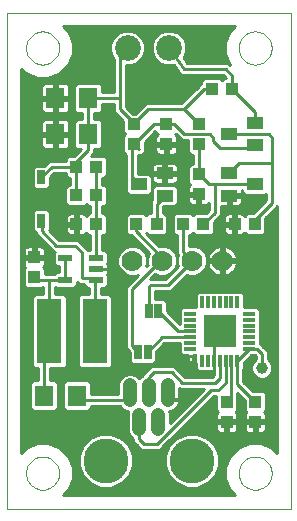
<source format=gtl>
G75*
%MOIN*%
%OFA0B0*%
%FSLAX24Y24*%
%IPPOS*%
%LPD*%
%AMOC8*
5,1,8,0,0,1.08239X$1,22.5*
%
%ADD10C,0.0000*%
%ADD11R,0.0551X0.0394*%
%ADD12R,0.0433X0.0394*%
%ADD13R,0.0394X0.0433*%
%ADD14R,0.0472X0.0217*%
%ADD15R,0.0846X0.2165*%
%ADD16R,0.0276X0.0472*%
%ADD17R,0.0630X0.0709*%
%ADD18R,0.0118X0.0394*%
%ADD19R,0.1063X0.1063*%
%ADD20R,0.0171X0.0171*%
%ADD21R,0.0394X0.0118*%
%ADD22C,0.0860*%
%ADD23C,0.1500*%
%ADD24C,0.0476*%
%ADD25C,0.0700*%
%ADD26R,0.0250X0.0500*%
%ADD27C,0.0100*%
%ADD28C,0.0357*%
%ADD29C,0.0396*%
D10*
X000180Y000697D02*
X009629Y000697D01*
X009629Y017232D01*
X000180Y017232D01*
X000180Y000697D01*
X000810Y001878D02*
X000812Y001925D01*
X000818Y001971D01*
X000828Y002017D01*
X000841Y002062D01*
X000859Y002105D01*
X000880Y002147D01*
X000904Y002187D01*
X000932Y002224D01*
X000963Y002259D01*
X000997Y002292D01*
X001033Y002321D01*
X001072Y002347D01*
X001113Y002370D01*
X001156Y002389D01*
X001200Y002405D01*
X001245Y002417D01*
X001291Y002425D01*
X001338Y002429D01*
X001384Y002429D01*
X001431Y002425D01*
X001477Y002417D01*
X001522Y002405D01*
X001566Y002389D01*
X001609Y002370D01*
X001650Y002347D01*
X001689Y002321D01*
X001725Y002292D01*
X001759Y002259D01*
X001790Y002224D01*
X001818Y002187D01*
X001842Y002147D01*
X001863Y002105D01*
X001881Y002062D01*
X001894Y002017D01*
X001904Y001971D01*
X001910Y001925D01*
X001912Y001878D01*
X001910Y001831D01*
X001904Y001785D01*
X001894Y001739D01*
X001881Y001694D01*
X001863Y001651D01*
X001842Y001609D01*
X001818Y001569D01*
X001790Y001532D01*
X001759Y001497D01*
X001725Y001464D01*
X001689Y001435D01*
X001650Y001409D01*
X001609Y001386D01*
X001566Y001367D01*
X001522Y001351D01*
X001477Y001339D01*
X001431Y001331D01*
X001384Y001327D01*
X001338Y001327D01*
X001291Y001331D01*
X001245Y001339D01*
X001200Y001351D01*
X001156Y001367D01*
X001113Y001386D01*
X001072Y001409D01*
X001033Y001435D01*
X000997Y001464D01*
X000963Y001497D01*
X000932Y001532D01*
X000904Y001569D01*
X000880Y001609D01*
X000859Y001651D01*
X000841Y001694D01*
X000828Y001739D01*
X000818Y001785D01*
X000812Y001831D01*
X000810Y001878D01*
X007897Y001878D02*
X007899Y001925D01*
X007905Y001971D01*
X007915Y002017D01*
X007928Y002062D01*
X007946Y002105D01*
X007967Y002147D01*
X007991Y002187D01*
X008019Y002224D01*
X008050Y002259D01*
X008084Y002292D01*
X008120Y002321D01*
X008159Y002347D01*
X008200Y002370D01*
X008243Y002389D01*
X008287Y002405D01*
X008332Y002417D01*
X008378Y002425D01*
X008425Y002429D01*
X008471Y002429D01*
X008518Y002425D01*
X008564Y002417D01*
X008609Y002405D01*
X008653Y002389D01*
X008696Y002370D01*
X008737Y002347D01*
X008776Y002321D01*
X008812Y002292D01*
X008846Y002259D01*
X008877Y002224D01*
X008905Y002187D01*
X008929Y002147D01*
X008950Y002105D01*
X008968Y002062D01*
X008981Y002017D01*
X008991Y001971D01*
X008997Y001925D01*
X008999Y001878D01*
X008997Y001831D01*
X008991Y001785D01*
X008981Y001739D01*
X008968Y001694D01*
X008950Y001651D01*
X008929Y001609D01*
X008905Y001569D01*
X008877Y001532D01*
X008846Y001497D01*
X008812Y001464D01*
X008776Y001435D01*
X008737Y001409D01*
X008696Y001386D01*
X008653Y001367D01*
X008609Y001351D01*
X008564Y001339D01*
X008518Y001331D01*
X008471Y001327D01*
X008425Y001327D01*
X008378Y001331D01*
X008332Y001339D01*
X008287Y001351D01*
X008243Y001367D01*
X008200Y001386D01*
X008159Y001409D01*
X008120Y001435D01*
X008084Y001464D01*
X008050Y001497D01*
X008019Y001532D01*
X007991Y001569D01*
X007967Y001609D01*
X007946Y001651D01*
X007928Y001694D01*
X007915Y001739D01*
X007905Y001785D01*
X007899Y001831D01*
X007897Y001878D01*
X007897Y016051D02*
X007899Y016098D01*
X007905Y016144D01*
X007915Y016190D01*
X007928Y016235D01*
X007946Y016278D01*
X007967Y016320D01*
X007991Y016360D01*
X008019Y016397D01*
X008050Y016432D01*
X008084Y016465D01*
X008120Y016494D01*
X008159Y016520D01*
X008200Y016543D01*
X008243Y016562D01*
X008287Y016578D01*
X008332Y016590D01*
X008378Y016598D01*
X008425Y016602D01*
X008471Y016602D01*
X008518Y016598D01*
X008564Y016590D01*
X008609Y016578D01*
X008653Y016562D01*
X008696Y016543D01*
X008737Y016520D01*
X008776Y016494D01*
X008812Y016465D01*
X008846Y016432D01*
X008877Y016397D01*
X008905Y016360D01*
X008929Y016320D01*
X008950Y016278D01*
X008968Y016235D01*
X008981Y016190D01*
X008991Y016144D01*
X008997Y016098D01*
X008999Y016051D01*
X008997Y016004D01*
X008991Y015958D01*
X008981Y015912D01*
X008968Y015867D01*
X008950Y015824D01*
X008929Y015782D01*
X008905Y015742D01*
X008877Y015705D01*
X008846Y015670D01*
X008812Y015637D01*
X008776Y015608D01*
X008737Y015582D01*
X008696Y015559D01*
X008653Y015540D01*
X008609Y015524D01*
X008564Y015512D01*
X008518Y015504D01*
X008471Y015500D01*
X008425Y015500D01*
X008378Y015504D01*
X008332Y015512D01*
X008287Y015524D01*
X008243Y015540D01*
X008200Y015559D01*
X008159Y015582D01*
X008120Y015608D01*
X008084Y015637D01*
X008050Y015670D01*
X008019Y015705D01*
X007991Y015742D01*
X007967Y015782D01*
X007946Y015824D01*
X007928Y015867D01*
X007915Y015912D01*
X007905Y015958D01*
X007899Y016004D01*
X007897Y016051D01*
X000810Y016051D02*
X000812Y016098D01*
X000818Y016144D01*
X000828Y016190D01*
X000841Y016235D01*
X000859Y016278D01*
X000880Y016320D01*
X000904Y016360D01*
X000932Y016397D01*
X000963Y016432D01*
X000997Y016465D01*
X001033Y016494D01*
X001072Y016520D01*
X001113Y016543D01*
X001156Y016562D01*
X001200Y016578D01*
X001245Y016590D01*
X001291Y016598D01*
X001338Y016602D01*
X001384Y016602D01*
X001431Y016598D01*
X001477Y016590D01*
X001522Y016578D01*
X001566Y016562D01*
X001609Y016543D01*
X001650Y016520D01*
X001689Y016494D01*
X001725Y016465D01*
X001759Y016432D01*
X001790Y016397D01*
X001818Y016360D01*
X001842Y016320D01*
X001863Y016278D01*
X001881Y016235D01*
X001894Y016190D01*
X001904Y016144D01*
X001910Y016098D01*
X001912Y016051D01*
X001910Y016004D01*
X001904Y015958D01*
X001894Y015912D01*
X001881Y015867D01*
X001863Y015824D01*
X001842Y015782D01*
X001818Y015742D01*
X001790Y015705D01*
X001759Y015670D01*
X001725Y015637D01*
X001689Y015608D01*
X001650Y015582D01*
X001609Y015559D01*
X001566Y015540D01*
X001522Y015524D01*
X001477Y015512D01*
X001431Y015504D01*
X001384Y015500D01*
X001338Y015500D01*
X001291Y015504D01*
X001245Y015512D01*
X001200Y015524D01*
X001156Y015540D01*
X001113Y015559D01*
X001072Y015582D01*
X001033Y015608D01*
X000997Y015637D01*
X000963Y015670D01*
X000932Y015705D01*
X000904Y015742D01*
X000880Y015782D01*
X000859Y015824D01*
X000841Y015867D01*
X000828Y015912D01*
X000818Y015958D01*
X000812Y016004D01*
X000810Y016051D01*
D11*
X004575Y011506D03*
X005441Y011132D03*
X005441Y011880D03*
X007579Y011876D03*
X007579Y011128D03*
X008446Y011502D03*
X008446Y012808D03*
X008446Y013556D03*
X007579Y013182D03*
D12*
X006572Y013517D03*
X006572Y012847D03*
X006572Y011837D03*
X006572Y011167D03*
X005492Y012847D03*
X005492Y013517D03*
X004412Y013517D03*
X004412Y012847D03*
X003155Y011137D03*
X002485Y011137D03*
D13*
X002485Y012097D03*
X003155Y012097D03*
X003155Y010177D03*
X002485Y010177D03*
X001082Y009071D03*
X001082Y008402D03*
X004492Y010177D03*
X005161Y010177D03*
X006052Y010177D03*
X006721Y010177D03*
X007765Y010177D03*
X008435Y010177D03*
X007676Y014683D03*
X007007Y014683D03*
X007507Y004258D03*
X007507Y003589D03*
X008448Y003589D03*
X008448Y004258D03*
D14*
X003144Y008309D03*
X003144Y008683D03*
X003144Y009057D03*
X002121Y009057D03*
X002121Y008309D03*
D15*
X001589Y006602D03*
X003101Y006602D03*
D16*
X001322Y010289D03*
X001322Y011745D03*
D17*
X001789Y013177D03*
X001789Y014377D03*
X002891Y014377D03*
X002891Y013177D03*
X002511Y004465D03*
X001409Y004465D03*
D18*
X006676Y005618D03*
X006873Y005618D03*
X007070Y005618D03*
X007267Y005618D03*
X007463Y005618D03*
X007660Y005618D03*
X007857Y005618D03*
X007857Y007587D03*
X007660Y007587D03*
X007463Y007587D03*
X007267Y007587D03*
X007070Y007587D03*
X006873Y007587D03*
X006676Y007587D03*
D19*
X007267Y006602D03*
D20*
X006439Y005775D03*
D21*
X006282Y006012D03*
X006282Y006209D03*
X006282Y006406D03*
X006282Y006602D03*
X006282Y006799D03*
X006282Y006996D03*
X006282Y007193D03*
X008251Y007193D03*
X008251Y006996D03*
X008251Y006799D03*
X008251Y006602D03*
X008251Y006406D03*
X008251Y006209D03*
X008251Y006012D03*
D22*
X005574Y016051D03*
X004196Y016051D03*
D23*
X003467Y002299D03*
X006341Y002299D03*
D24*
X005219Y003339D02*
X005219Y003815D01*
X004904Y004327D02*
X004904Y004802D01*
X004274Y004802D02*
X004274Y004327D01*
X004589Y003815D02*
X004589Y003339D01*
X005534Y004327D02*
X005534Y004802D01*
D25*
X005353Y008959D03*
X006353Y008959D03*
X007353Y008959D03*
X004353Y008959D03*
D26*
X004899Y007273D03*
X005223Y007273D03*
X004862Y005930D03*
X004538Y005930D03*
D27*
X004346Y006121D01*
X004346Y008017D01*
X005289Y008959D01*
X005353Y008959D01*
X005353Y009050D01*
X004466Y009937D01*
X004466Y010151D01*
X004492Y010177D01*
X004310Y009810D02*
X004383Y009737D01*
X004914Y009206D01*
X004853Y009059D01*
X004853Y008860D01*
X004869Y008822D01*
X004815Y008769D01*
X004853Y008860D01*
X004853Y009059D01*
X004777Y009242D01*
X004636Y009383D01*
X004452Y009459D01*
X004253Y009459D01*
X004070Y009383D01*
X003929Y009242D01*
X003853Y009059D01*
X003853Y008860D01*
X003929Y008676D01*
X004070Y008535D01*
X004253Y008459D01*
X004452Y008459D01*
X004544Y008497D01*
X004146Y008100D01*
X004146Y006038D01*
X004263Y005922D01*
X004263Y005617D01*
X004350Y005530D01*
X004725Y005530D01*
X005049Y005530D01*
X005137Y005617D01*
X005137Y005922D01*
X005421Y006206D01*
X005936Y006206D01*
X005936Y005891D01*
X006023Y005803D01*
X006203Y005803D01*
X006203Y005775D01*
X006439Y005775D01*
X006386Y005722D01*
X006386Y005257D01*
X006506Y005137D01*
X006986Y005137D01*
X007070Y005220D01*
X007070Y005618D01*
X007070Y006406D01*
X007267Y006602D01*
X007267Y005618D02*
X007267Y005057D01*
X007106Y004897D01*
X006026Y004897D01*
X005666Y005257D01*
X005066Y005257D01*
X004904Y005095D01*
X004904Y004327D01*
X004589Y003815D02*
X004589Y003007D01*
X004740Y002857D01*
X005186Y002857D01*
X006986Y004657D01*
X007226Y004657D01*
X007463Y004900D01*
X007463Y005618D01*
X007466Y005615D01*
X007660Y005618D02*
X007660Y004412D01*
X007507Y004258D01*
X007822Y003947D02*
X008133Y003947D01*
X008157Y003923D02*
X008131Y003897D01*
X008111Y003863D01*
X008101Y003825D01*
X008101Y003637D01*
X008399Y003637D01*
X008399Y003540D01*
X008101Y003540D01*
X008101Y003352D01*
X008111Y003314D01*
X008131Y003280D01*
X008159Y003252D01*
X008193Y003232D01*
X008231Y003222D01*
X008399Y003222D01*
X008399Y003540D01*
X008496Y003540D01*
X008496Y003222D01*
X008664Y003222D01*
X008702Y003232D01*
X008737Y003252D01*
X008765Y003280D01*
X008784Y003314D01*
X008795Y003352D01*
X008795Y003540D01*
X008496Y003540D01*
X008496Y003637D01*
X008795Y003637D01*
X008795Y003825D01*
X008784Y003863D01*
X008765Y003897D01*
X008739Y003923D01*
X008795Y003979D01*
X008795Y004537D01*
X008707Y004624D01*
X008364Y004624D01*
X008057Y004931D01*
X008057Y005350D01*
X008066Y005359D01*
X008066Y005544D01*
X008325Y005803D01*
X008438Y005803D01*
X008466Y005774D01*
X008466Y005669D01*
X008371Y005574D01*
X008318Y005446D01*
X008318Y005308D01*
X008371Y005180D01*
X008469Y005082D01*
X008597Y005029D01*
X008736Y005029D01*
X008863Y005082D01*
X008961Y005180D01*
X009014Y005308D01*
X009014Y005446D01*
X008961Y005574D01*
X008866Y005669D01*
X008866Y005940D01*
X008711Y006095D01*
X008598Y006208D01*
X008598Y007314D01*
X008510Y007402D01*
X008066Y007402D01*
X008066Y007846D01*
X007978Y007933D01*
X006555Y007933D01*
X006467Y007846D01*
X006467Y007402D01*
X006023Y007402D01*
X005936Y007314D01*
X005936Y006843D01*
X005498Y007280D01*
X005498Y007585D01*
X005410Y007673D01*
X005099Y007673D01*
X005099Y007937D01*
X005613Y007937D01*
X005731Y008054D01*
X006170Y008494D01*
X006253Y008459D01*
X006452Y008459D01*
X006636Y008535D01*
X006777Y008676D01*
X006853Y008860D01*
X006853Y009059D01*
X006777Y009242D01*
X006636Y009383D01*
X006452Y009459D01*
X006253Y009459D01*
X006252Y009458D01*
X006252Y009810D01*
X006311Y009810D01*
X006386Y009886D01*
X006462Y009810D01*
X006980Y009810D01*
X007068Y009898D01*
X007068Y010241D01*
X007189Y010362D01*
X007306Y010479D01*
X007306Y010781D01*
X007531Y010781D01*
X007531Y011079D01*
X007628Y011079D01*
X007628Y010781D01*
X007875Y010781D01*
X007913Y010791D01*
X007947Y010811D01*
X007975Y010839D01*
X007995Y010873D01*
X008005Y010911D01*
X008005Y011079D01*
X007628Y011079D01*
X007628Y011176D01*
X008005Y011176D01*
X008005Y011302D01*
X008020Y011302D01*
X008020Y011243D01*
X008108Y011155D01*
X008783Y011155D01*
X008826Y011198D01*
X008826Y010980D01*
X008390Y010543D01*
X008176Y010543D01*
X008095Y010463D01*
X008082Y010485D01*
X008054Y010513D01*
X008020Y010533D01*
X007982Y010543D01*
X007814Y010543D01*
X007814Y010225D01*
X007717Y010225D01*
X007717Y010128D01*
X007814Y010128D01*
X007814Y009810D01*
X007982Y009810D01*
X008020Y009821D01*
X008054Y009840D01*
X008082Y009868D01*
X008095Y009891D01*
X008176Y009810D01*
X008694Y009810D01*
X008781Y009898D01*
X008781Y010369D01*
X009109Y010697D01*
X009179Y010767D01*
X009179Y002563D01*
X009015Y002727D01*
X008647Y002879D01*
X008249Y002879D01*
X007881Y002727D01*
X007599Y002445D01*
X007447Y002077D01*
X007447Y001679D01*
X007599Y001311D01*
X007763Y001147D01*
X002046Y001147D01*
X002210Y001311D01*
X002362Y001679D01*
X002362Y002077D01*
X002210Y002445D01*
X001928Y002727D01*
X001560Y002879D01*
X001162Y002879D01*
X000794Y002727D01*
X000630Y002563D01*
X000630Y015366D01*
X000794Y015202D01*
X001162Y015050D01*
X001560Y015050D01*
X001928Y015202D01*
X002210Y015484D01*
X002362Y015852D01*
X002362Y016250D01*
X002210Y016618D01*
X002046Y016782D01*
X007763Y016782D01*
X007599Y016618D01*
X007447Y016250D01*
X007447Y015852D01*
X007597Y015489D01*
X007549Y015537D01*
X006193Y015537D01*
X006061Y015719D01*
X006065Y015723D01*
X006154Y015936D01*
X006154Y016167D01*
X006065Y016380D01*
X005902Y016543D01*
X005689Y016631D01*
X005458Y016631D01*
X005245Y016543D01*
X005082Y016380D01*
X004994Y016167D01*
X004994Y015936D01*
X005082Y015723D01*
X005245Y015559D01*
X005458Y015471D01*
X005689Y015471D01*
X005734Y015490D01*
X005891Y015272D01*
X005891Y015254D01*
X005939Y015207D01*
X005978Y015152D01*
X005996Y015150D01*
X006008Y015137D01*
X006075Y015137D01*
X006141Y015126D01*
X006156Y015137D01*
X007383Y015137D01*
X007471Y015050D01*
X007417Y015050D01*
X007341Y014974D01*
X007266Y015050D01*
X006748Y015050D01*
X006660Y014962D01*
X006660Y014883D01*
X006645Y014883D01*
X006528Y014766D01*
X005984Y014222D01*
X004810Y014222D01*
X004451Y013863D01*
X004374Y013863D01*
X004137Y014100D01*
X004137Y015471D01*
X004311Y015471D01*
X004524Y015559D01*
X004687Y015723D01*
X004776Y015936D01*
X004776Y016167D01*
X004687Y016380D01*
X004524Y016543D01*
X004311Y016631D01*
X004080Y016631D01*
X003867Y016543D01*
X003704Y016380D01*
X003616Y016167D01*
X003616Y015936D01*
X003704Y015723D01*
X003737Y015689D01*
X003737Y014577D01*
X003356Y014577D01*
X003356Y014793D01*
X003268Y014881D01*
X002514Y014881D01*
X002426Y014793D01*
X002426Y013960D01*
X002514Y013873D01*
X002691Y013873D01*
X002691Y013681D01*
X002514Y013681D01*
X002426Y013593D01*
X002426Y012760D01*
X002514Y012673D01*
X002633Y012673D01*
X002424Y012463D01*
X002226Y012463D01*
X002139Y012376D01*
X002139Y012297D01*
X001591Y012297D01*
X001474Y012180D01*
X001425Y012131D01*
X001122Y012131D01*
X001034Y012044D01*
X001034Y011447D01*
X001122Y011359D01*
X001522Y011359D01*
X001610Y011447D01*
X001610Y011750D01*
X001757Y011897D01*
X002139Y011897D01*
X002139Y011818D01*
X002226Y011730D01*
X002285Y011730D01*
X002285Y011484D01*
X002207Y011484D01*
X002119Y011396D01*
X002119Y010878D01*
X002207Y010790D01*
X002764Y010790D01*
X002820Y010846D01*
X002876Y010790D01*
X002955Y010790D01*
X002955Y010543D01*
X002896Y010543D01*
X002815Y010463D01*
X002802Y010485D01*
X002774Y010513D01*
X002740Y010533D01*
X002702Y010543D01*
X002534Y010543D01*
X002534Y010225D01*
X002437Y010225D01*
X002437Y010128D01*
X002534Y010128D01*
X002534Y009810D01*
X002702Y009810D01*
X002740Y009821D01*
X002774Y009840D01*
X002802Y009868D01*
X002815Y009891D01*
X002896Y009810D01*
X002955Y009810D01*
X002955Y009315D01*
X002866Y009315D01*
X002866Y009333D01*
X002543Y009657D01*
X001909Y009657D01*
X001593Y009973D01*
X001610Y009990D01*
X001610Y010587D01*
X001522Y010675D01*
X001122Y010675D01*
X001034Y010587D01*
X001034Y009990D01*
X001122Y009902D01*
X001146Y009902D01*
X001146Y009854D01*
X001626Y009374D01*
X001743Y009257D01*
X001764Y009257D01*
X001735Y009227D01*
X001735Y008887D01*
X001822Y008799D01*
X001921Y008799D01*
X001921Y008567D01*
X001822Y008567D01*
X001764Y008509D01*
X001429Y008509D01*
X001429Y008681D01*
X001373Y008737D01*
X001399Y008763D01*
X001419Y008797D01*
X001429Y008835D01*
X001429Y009023D01*
X001130Y009023D01*
X001130Y009120D01*
X001034Y009120D01*
X001034Y009438D01*
X000865Y009438D01*
X000827Y009428D01*
X000793Y009408D01*
X000765Y009380D01*
X000745Y009346D01*
X000735Y009308D01*
X000735Y009120D01*
X001034Y009120D01*
X001034Y009023D01*
X000735Y009023D01*
X000735Y008835D01*
X000745Y008797D01*
X000765Y008763D01*
X000791Y008737D01*
X000735Y008681D01*
X000735Y008124D01*
X000823Y008036D01*
X001341Y008036D01*
X001389Y008084D01*
X001389Y007835D01*
X001104Y007835D01*
X001016Y007747D01*
X001016Y005458D01*
X001104Y005370D01*
X001209Y005370D01*
X001209Y004970D01*
X001032Y004970D01*
X000944Y004882D01*
X000944Y004049D01*
X001032Y003961D01*
X001786Y003961D01*
X001874Y004049D01*
X001874Y004882D01*
X001786Y004970D01*
X001609Y004970D01*
X001609Y005370D01*
X002075Y005370D01*
X002163Y005458D01*
X002163Y007747D01*
X002075Y007835D01*
X001789Y007835D01*
X001789Y008084D01*
X001822Y008051D01*
X002419Y008051D01*
X002507Y008139D01*
X002507Y008253D01*
X002583Y008177D01*
X002758Y008177D01*
X002758Y008139D01*
X002846Y008051D01*
X002901Y008051D01*
X002901Y007835D01*
X002616Y007835D01*
X002528Y007747D01*
X002528Y005458D01*
X002616Y005370D01*
X003587Y005370D01*
X003674Y005458D01*
X003674Y007747D01*
X003587Y007835D01*
X003301Y007835D01*
X003301Y008051D01*
X003443Y008051D01*
X003531Y008139D01*
X003531Y008479D01*
X003510Y008500D01*
X003520Y008517D01*
X003531Y008555D01*
X003531Y008679D01*
X003149Y008679D01*
X003149Y008687D01*
X003531Y008687D01*
X003531Y008811D01*
X003520Y008849D01*
X003510Y008866D01*
X003531Y008887D01*
X003531Y009227D01*
X003443Y009315D01*
X003355Y009315D01*
X003355Y009810D01*
X003414Y009810D01*
X003501Y009898D01*
X003501Y010456D01*
X003414Y010543D01*
X003355Y010543D01*
X003355Y010790D01*
X003433Y010790D01*
X003521Y010878D01*
X003521Y011396D01*
X003433Y011484D01*
X003355Y011484D01*
X003355Y011730D01*
X003414Y011730D01*
X003501Y011818D01*
X003501Y012376D01*
X003414Y012463D01*
X002989Y012463D01*
X003091Y012565D01*
X003091Y012673D01*
X003268Y012673D01*
X003356Y012760D01*
X003356Y013593D01*
X003268Y013681D01*
X003091Y013681D01*
X003091Y013873D01*
X003268Y013873D01*
X003356Y013960D01*
X003356Y014177D01*
X003737Y014177D01*
X003737Y013934D01*
X003855Y013817D01*
X004046Y013626D01*
X004046Y013258D01*
X004122Y013182D01*
X004046Y013106D01*
X004046Y012588D01*
X004134Y012500D01*
X004146Y012500D01*
X004146Y011652D01*
X004150Y011649D01*
X004150Y011247D01*
X004238Y011159D01*
X004913Y011159D01*
X005001Y011247D01*
X005001Y011765D01*
X004913Y011853D01*
X004546Y011853D01*
X004546Y012480D01*
X004662Y012480D01*
X004682Y012500D01*
X004691Y012500D01*
X004779Y012588D01*
X004779Y012597D01*
X004779Y012597D01*
X004779Y012763D01*
X004779Y012764D01*
X004779Y012931D01*
X005126Y013278D01*
X005126Y013258D01*
X005206Y013177D01*
X005184Y013164D01*
X005156Y013136D01*
X005136Y013102D01*
X005126Y013064D01*
X005126Y012896D01*
X005444Y012896D01*
X005444Y012799D01*
X005126Y012799D01*
X005126Y012631D01*
X005136Y012592D01*
X005156Y012558D01*
X005184Y012530D01*
X005218Y012511D01*
X005256Y012500D01*
X005444Y012500D01*
X005444Y012799D01*
X005541Y012799D01*
X005541Y012896D01*
X005859Y012896D01*
X005859Y013064D01*
X005849Y013102D01*
X005829Y013136D01*
X005801Y013164D01*
X005779Y013177D01*
X005796Y013195D01*
X006010Y012982D01*
X006206Y012982D01*
X006206Y012588D01*
X006294Y012500D01*
X006372Y012500D01*
X006372Y012183D01*
X006294Y012183D01*
X006206Y012096D01*
X006206Y011578D01*
X006286Y011497D01*
X006264Y011484D01*
X006236Y011456D01*
X006216Y011422D01*
X006206Y011384D01*
X006206Y011216D01*
X006524Y011216D01*
X006524Y011119D01*
X006206Y011119D01*
X006206Y010951D01*
X006216Y010912D01*
X006236Y010878D01*
X006264Y010850D01*
X006298Y010831D01*
X006336Y010820D01*
X006524Y010820D01*
X006524Y011119D01*
X006621Y011119D01*
X006621Y010820D01*
X006809Y010820D01*
X006847Y010831D01*
X006881Y010850D01*
X006906Y010876D01*
X006906Y010645D01*
X006805Y010543D01*
X006462Y010543D01*
X006386Y010468D01*
X006311Y010543D01*
X005793Y010543D01*
X005705Y010456D01*
X005705Y009898D01*
X005793Y009810D01*
X005852Y009810D01*
X005852Y009178D01*
X005887Y009142D01*
X005853Y009059D01*
X005853Y008860D01*
X005887Y008777D01*
X005448Y008337D01*
X004949Y008337D01*
X005125Y008513D01*
X005253Y008459D01*
X005452Y008459D01*
X005636Y008535D01*
X005777Y008676D01*
X005853Y008860D01*
X005853Y009059D01*
X005777Y009242D01*
X005636Y009383D01*
X005452Y009459D01*
X005253Y009459D01*
X005235Y009451D01*
X004813Y009873D01*
X004826Y009886D01*
X004902Y009810D01*
X005420Y009810D01*
X005508Y009898D01*
X005508Y010456D01*
X005420Y010543D01*
X005361Y010543D01*
X005361Y010769D01*
X005377Y010785D01*
X005779Y010785D01*
X005867Y010873D01*
X005867Y011391D01*
X005779Y011479D01*
X005104Y011479D01*
X005016Y011391D01*
X005016Y010990D01*
X004961Y010935D01*
X004961Y010543D01*
X004902Y010543D01*
X004826Y010468D01*
X004751Y010543D01*
X004233Y010543D01*
X004145Y010456D01*
X004145Y009898D01*
X004233Y009810D01*
X004310Y009810D01*
X004361Y009759D02*
X003355Y009759D01*
X003355Y009660D02*
X004460Y009660D01*
X004558Y009562D02*
X003355Y009562D01*
X003355Y009463D02*
X004657Y009463D01*
X004654Y009365D02*
X004755Y009365D01*
X004753Y009266D02*
X004854Y009266D01*
X004898Y009168D02*
X004808Y009168D01*
X004848Y009069D02*
X004857Y009069D01*
X004853Y008971D02*
X004853Y008971D01*
X004853Y008872D02*
X004853Y008872D01*
X004820Y008774D02*
X004817Y008774D01*
X005091Y008478D02*
X005207Y008478D01*
X004992Y008380D02*
X005491Y008380D01*
X005499Y008478D02*
X005589Y008478D01*
X005678Y008577D02*
X005688Y008577D01*
X005776Y008675D02*
X005786Y008675D01*
X005817Y008774D02*
X005885Y008774D01*
X005853Y008872D02*
X005853Y008872D01*
X005853Y008971D02*
X005853Y008971D01*
X005848Y009069D02*
X005857Y009069D01*
X005861Y009168D02*
X005808Y009168D01*
X005852Y009266D02*
X005753Y009266D01*
X005654Y009365D02*
X005852Y009365D01*
X005852Y009463D02*
X005223Y009463D01*
X005124Y009562D02*
X005852Y009562D01*
X005852Y009660D02*
X005026Y009660D01*
X004927Y009759D02*
X005852Y009759D01*
X005746Y009857D02*
X005467Y009857D01*
X005508Y009956D02*
X005705Y009956D01*
X005705Y010054D02*
X005508Y010054D01*
X005508Y010153D02*
X005705Y010153D01*
X005705Y010251D02*
X005508Y010251D01*
X005508Y010350D02*
X005705Y010350D01*
X005705Y010448D02*
X005508Y010448D01*
X005361Y010547D02*
X006808Y010547D01*
X006906Y010645D02*
X005361Y010645D01*
X005361Y010744D02*
X006906Y010744D01*
X006906Y010842D02*
X006867Y010842D01*
X007106Y010562D02*
X007106Y011502D01*
X006907Y011502D01*
X006572Y011837D01*
X006572Y012847D01*
X006372Y012418D02*
X004546Y012418D01*
X004546Y012320D02*
X006372Y012320D01*
X006372Y012221D02*
X005758Y012221D01*
X005775Y012217D02*
X005737Y012227D01*
X005490Y012227D01*
X005490Y011929D01*
X005393Y011929D01*
X005393Y012227D01*
X005146Y012227D01*
X005108Y012217D01*
X005074Y012197D01*
X005046Y012169D01*
X005026Y012135D01*
X005016Y012097D01*
X005016Y011929D01*
X005393Y011929D01*
X005393Y011832D01*
X005016Y011832D01*
X005016Y011664D01*
X005026Y011626D01*
X005046Y011591D01*
X005074Y011563D01*
X005108Y011544D01*
X005146Y011533D01*
X005393Y011533D01*
X005393Y011832D01*
X005490Y011832D01*
X005490Y011929D01*
X005867Y011929D01*
X005867Y012097D01*
X005857Y012135D01*
X005837Y012169D01*
X005809Y012197D01*
X005775Y012217D01*
X005860Y012123D02*
X006233Y012123D01*
X006206Y012024D02*
X005867Y012024D01*
X005867Y011832D02*
X005490Y011832D01*
X005490Y011533D01*
X005737Y011533D01*
X005775Y011544D01*
X005809Y011563D01*
X005837Y011591D01*
X005857Y011626D01*
X005867Y011664D01*
X005867Y011832D01*
X005867Y011827D02*
X006206Y011827D01*
X006206Y011729D02*
X005867Y011729D01*
X005858Y011630D02*
X006206Y011630D01*
X006252Y011532D02*
X005001Y011532D01*
X005001Y011630D02*
X005025Y011630D01*
X005016Y011729D02*
X005001Y011729D01*
X005016Y011827D02*
X004939Y011827D01*
X005016Y012024D02*
X004546Y012024D01*
X004546Y011926D02*
X005393Y011926D01*
X005490Y011926D02*
X006206Y011926D01*
X006223Y011433D02*
X005825Y011433D01*
X005867Y011335D02*
X006206Y011335D01*
X006206Y011236D02*
X005867Y011236D01*
X005867Y011138D02*
X006524Y011138D01*
X006524Y011039D02*
X006621Y011039D01*
X006621Y010941D02*
X006524Y010941D01*
X006524Y010842D02*
X006621Y010842D01*
X006278Y010842D02*
X005836Y010842D01*
X005867Y010941D02*
X006209Y010941D01*
X006206Y011039D02*
X005867Y011039D01*
X005441Y011132D02*
X005161Y010852D01*
X005161Y010177D01*
X004961Y010547D02*
X003355Y010547D01*
X003355Y010645D02*
X004961Y010645D01*
X004961Y010744D02*
X003355Y010744D01*
X003486Y010842D02*
X004961Y010842D01*
X004967Y010941D02*
X003521Y010941D01*
X003521Y011039D02*
X005016Y011039D01*
X005016Y011138D02*
X003521Y011138D01*
X003521Y011236D02*
X004161Y011236D01*
X004150Y011335D02*
X003521Y011335D01*
X003484Y011433D02*
X004150Y011433D01*
X004150Y011532D02*
X003355Y011532D01*
X003355Y011630D02*
X004150Y011630D01*
X004146Y011729D02*
X003355Y011729D01*
X003501Y011827D02*
X004146Y011827D01*
X004146Y011926D02*
X003501Y011926D01*
X003501Y012024D02*
X004146Y012024D01*
X004146Y012123D02*
X003501Y012123D01*
X003501Y012221D02*
X004146Y012221D01*
X004146Y012320D02*
X003501Y012320D01*
X003459Y012418D02*
X004146Y012418D01*
X004117Y012517D02*
X003043Y012517D01*
X003091Y012615D02*
X004046Y012615D01*
X004046Y012714D02*
X003310Y012714D01*
X003356Y012812D02*
X004046Y012812D01*
X004046Y012911D02*
X003356Y012911D01*
X003356Y013009D02*
X004046Y013009D01*
X004048Y013108D02*
X003356Y013108D01*
X003356Y013206D02*
X004097Y013206D01*
X004046Y013305D02*
X003356Y013305D01*
X003356Y013403D02*
X004046Y013403D01*
X004046Y013502D02*
X003356Y013502D01*
X003349Y013600D02*
X004046Y013600D01*
X003973Y013699D02*
X003091Y013699D01*
X003091Y013797D02*
X003874Y013797D01*
X003855Y013817D02*
X003855Y013817D01*
X003776Y013896D02*
X003292Y013896D01*
X003356Y013994D02*
X003737Y013994D01*
X003737Y014093D02*
X003356Y014093D01*
X003356Y014585D02*
X003737Y014585D01*
X003737Y014684D02*
X003356Y014684D01*
X003356Y014782D02*
X003737Y014782D01*
X003737Y014881D02*
X003269Y014881D01*
X002891Y014377D02*
X003937Y014377D01*
X003937Y014017D01*
X004412Y013542D01*
X004412Y013517D01*
X004412Y013542D02*
X004892Y014022D01*
X006067Y014022D01*
X006728Y014683D01*
X007007Y014683D01*
X007336Y014979D02*
X007347Y014979D01*
X007442Y015078D02*
X004137Y015078D01*
X004137Y015176D02*
X005960Y015176D01*
X005889Y015275D02*
X004137Y015275D01*
X004137Y015373D02*
X005818Y015373D01*
X005746Y015472D02*
X005691Y015472D01*
X005457Y015472D02*
X004313Y015472D01*
X004137Y014979D02*
X006677Y014979D01*
X006643Y014881D02*
X004137Y014881D01*
X004137Y014782D02*
X006545Y014782D01*
X006446Y014684D02*
X004137Y014684D01*
X004137Y014585D02*
X006348Y014585D01*
X006249Y014487D02*
X004137Y014487D01*
X004137Y014388D02*
X006151Y014388D01*
X006052Y014290D02*
X004137Y014290D01*
X004137Y014191D02*
X004779Y014191D01*
X004681Y014093D02*
X004144Y014093D01*
X004243Y013994D02*
X004582Y013994D01*
X004484Y013896D02*
X004341Y013896D01*
X003937Y014377D02*
X003937Y015990D01*
X004196Y016051D01*
X004494Y016555D02*
X005275Y016555D01*
X005159Y016457D02*
X004610Y016457D01*
X004696Y016358D02*
X005073Y016358D01*
X005032Y016260D02*
X004737Y016260D01*
X004776Y016161D02*
X004994Y016161D01*
X004994Y016063D02*
X004776Y016063D01*
X004776Y015964D02*
X004994Y015964D01*
X005023Y015866D02*
X004747Y015866D01*
X004706Y015767D02*
X005063Y015767D01*
X005136Y015669D02*
X004634Y015669D01*
X004535Y015570D02*
X005234Y015570D01*
X005574Y016051D02*
X006091Y015337D01*
X007466Y015337D01*
X007676Y015127D01*
X007676Y014683D01*
X008446Y013913D01*
X008446Y013556D01*
X008906Y013177D02*
X009026Y013057D01*
X009026Y012217D01*
X009026Y010897D01*
X008406Y010277D01*
X008435Y010177D01*
X008393Y010547D02*
X007306Y010547D01*
X007306Y010645D02*
X008492Y010645D01*
X008590Y010744D02*
X007306Y010744D01*
X007531Y010842D02*
X007628Y010842D01*
X007628Y010941D02*
X007531Y010941D01*
X007531Y011039D02*
X007628Y011039D01*
X007628Y011138D02*
X008826Y011138D01*
X008826Y011039D02*
X008005Y011039D01*
X008005Y010941D02*
X008787Y010941D01*
X008689Y010842D02*
X007977Y010842D01*
X008005Y011236D02*
X008026Y011236D01*
X007717Y010543D02*
X007549Y010543D01*
X007511Y010533D01*
X007476Y010513D01*
X007448Y010485D01*
X007429Y010451D01*
X007419Y010413D01*
X007419Y010225D01*
X007717Y010225D01*
X007717Y010543D01*
X007717Y010448D02*
X007814Y010448D01*
X007814Y010350D02*
X007717Y010350D01*
X007717Y010251D02*
X007814Y010251D01*
X007717Y010153D02*
X007068Y010153D01*
X007068Y010054D02*
X007419Y010054D01*
X007419Y010128D02*
X007419Y009941D01*
X007429Y009902D01*
X007448Y009868D01*
X007476Y009840D01*
X007511Y009821D01*
X007549Y009810D01*
X007717Y009810D01*
X007717Y010128D01*
X007419Y010128D01*
X007419Y010251D02*
X007078Y010251D01*
X007177Y010350D02*
X007419Y010350D01*
X007428Y010448D02*
X007275Y010448D01*
X007106Y010562D02*
X006721Y010177D01*
X007027Y009857D02*
X007459Y009857D01*
X007419Y009956D02*
X007068Y009956D01*
X007236Y009447D02*
X007161Y009423D01*
X007091Y009387D01*
X007027Y009341D01*
X006972Y009285D01*
X006925Y009221D01*
X006890Y009151D01*
X006865Y009076D01*
X006855Y009009D01*
X007303Y009009D01*
X007303Y008909D01*
X007403Y008909D01*
X007403Y008461D01*
X007470Y008472D01*
X007545Y008496D01*
X007615Y008532D01*
X007679Y008578D01*
X007734Y008633D01*
X007781Y008697D01*
X007816Y008767D01*
X007841Y008842D01*
X007851Y008909D01*
X007403Y008909D01*
X007403Y009009D01*
X007851Y009009D01*
X007841Y009076D01*
X007816Y009151D01*
X007781Y009221D01*
X007734Y009285D01*
X007679Y009341D01*
X007615Y009387D01*
X007545Y009423D01*
X007470Y009447D01*
X007403Y009458D01*
X007403Y009009D01*
X007303Y009009D01*
X007303Y009458D01*
X007236Y009447D01*
X007303Y009365D02*
X007403Y009365D01*
X007403Y009266D02*
X007303Y009266D01*
X007303Y009168D02*
X007403Y009168D01*
X007403Y009069D02*
X007303Y009069D01*
X007303Y008971D02*
X006853Y008971D01*
X006855Y008909D02*
X006865Y008842D01*
X006890Y008767D01*
X006925Y008697D01*
X006972Y008633D01*
X007027Y008578D01*
X007091Y008532D01*
X007161Y008496D01*
X007236Y008472D01*
X007303Y008461D01*
X007303Y008909D01*
X006855Y008909D01*
X006853Y008872D02*
X006860Y008872D01*
X006887Y008774D02*
X006817Y008774D01*
X006776Y008675D02*
X006941Y008675D01*
X007029Y008577D02*
X006678Y008577D01*
X006499Y008478D02*
X007215Y008478D01*
X007303Y008478D02*
X007403Y008478D01*
X007491Y008478D02*
X009179Y008478D01*
X009179Y008380D02*
X006056Y008380D01*
X005958Y008281D02*
X009179Y008281D01*
X009179Y008183D02*
X005859Y008183D01*
X005761Y008084D02*
X009179Y008084D01*
X009179Y007986D02*
X005662Y007986D01*
X005731Y008054D02*
X005731Y008054D01*
X005531Y008137D02*
X004946Y008137D01*
X004899Y008089D01*
X004899Y007273D01*
X005099Y007690D02*
X006467Y007690D01*
X006467Y007592D02*
X005491Y007592D01*
X005498Y007493D02*
X006467Y007493D01*
X006467Y007789D02*
X005099Y007789D01*
X005099Y007887D02*
X006509Y007887D01*
X006207Y008478D02*
X006155Y008478D01*
X006353Y008959D02*
X005531Y008137D01*
X005498Y007395D02*
X006016Y007395D01*
X005936Y007296D02*
X005498Y007296D01*
X005581Y007198D02*
X005936Y007198D01*
X005936Y007099D02*
X005679Y007099D01*
X005778Y007001D02*
X005936Y007001D01*
X005936Y006902D02*
X005876Y006902D01*
X005893Y006602D02*
X006282Y006602D01*
X006282Y006406D02*
X005338Y006406D01*
X004862Y005930D01*
X004983Y005457D02*
X004822Y005295D01*
X004704Y005178D01*
X004704Y005139D01*
X004685Y005131D01*
X004589Y005036D01*
X004494Y005131D01*
X004352Y005190D01*
X004197Y005190D01*
X004055Y005131D01*
X003946Y005022D01*
X003887Y004879D01*
X003887Y004527D01*
X002976Y004527D01*
X002976Y004882D01*
X002888Y004970D01*
X002134Y004970D01*
X002046Y004882D01*
X002046Y004049D01*
X002134Y003961D01*
X002888Y003961D01*
X002976Y004049D01*
X002976Y004127D01*
X003938Y004127D01*
X003946Y004107D01*
X004055Y003998D01*
X004197Y003939D01*
X004221Y003939D01*
X004202Y003892D01*
X004202Y003262D01*
X004261Y003120D01*
X004370Y003011D01*
X004389Y003002D01*
X004389Y002925D01*
X004507Y002807D01*
X004657Y002657D01*
X005269Y002657D01*
X005386Y002774D01*
X007069Y004457D01*
X007145Y004457D01*
X007146Y004456D01*
X007160Y004456D01*
X007160Y003979D01*
X007216Y003923D01*
X007190Y003897D01*
X007170Y003863D01*
X007160Y003825D01*
X007160Y003637D01*
X007458Y003637D01*
X007458Y003540D01*
X007555Y003540D01*
X007555Y003222D01*
X007723Y003222D01*
X007761Y003232D01*
X007796Y003252D01*
X007823Y003280D01*
X007843Y003314D01*
X007853Y003352D01*
X007853Y003540D01*
X007555Y003540D01*
X007555Y003637D01*
X007853Y003637D01*
X007853Y003825D01*
X007843Y003863D01*
X007823Y003897D01*
X007797Y003923D01*
X007853Y003979D01*
X007853Y004322D01*
X007860Y004329D01*
X007860Y004563D01*
X008101Y004322D01*
X008101Y003979D01*
X008157Y003923D01*
X008107Y003849D02*
X007847Y003849D01*
X007853Y003750D02*
X008101Y003750D01*
X008101Y003652D02*
X007853Y003652D01*
X007853Y003455D02*
X008101Y003455D01*
X008101Y003356D02*
X007853Y003356D01*
X007801Y003258D02*
X008153Y003258D01*
X008399Y003258D02*
X008496Y003258D01*
X008496Y003356D02*
X008399Y003356D01*
X008399Y003455D02*
X008496Y003455D01*
X008496Y003553D02*
X009179Y003553D01*
X009179Y003455D02*
X008795Y003455D01*
X008795Y003356D02*
X009179Y003356D01*
X009179Y003258D02*
X008742Y003258D01*
X008795Y003652D02*
X009179Y003652D01*
X009179Y003750D02*
X008795Y003750D01*
X008788Y003849D02*
X009179Y003849D01*
X009179Y003947D02*
X008763Y003947D01*
X008795Y004046D02*
X009179Y004046D01*
X009179Y004144D02*
X008795Y004144D01*
X008795Y004243D02*
X009179Y004243D01*
X009179Y004341D02*
X008795Y004341D01*
X008795Y004440D02*
X009179Y004440D01*
X009179Y004538D02*
X008793Y004538D01*
X008448Y004258D02*
X007857Y004849D01*
X007857Y005618D01*
X008251Y006012D01*
X008511Y006012D01*
X008666Y005857D01*
X008666Y005377D01*
X008914Y005622D02*
X009179Y005622D01*
X009179Y005720D02*
X008866Y005720D01*
X008866Y005819D02*
X009179Y005819D01*
X009179Y005917D02*
X008866Y005917D01*
X008790Y006016D02*
X009179Y006016D01*
X009179Y006114D02*
X008692Y006114D01*
X008598Y006213D02*
X009179Y006213D01*
X009179Y006311D02*
X008598Y006311D01*
X008598Y006410D02*
X009179Y006410D01*
X009179Y006508D02*
X008598Y006508D01*
X008598Y006607D02*
X009179Y006607D01*
X009179Y006705D02*
X008598Y006705D01*
X008598Y006804D02*
X009179Y006804D01*
X009179Y006902D02*
X008598Y006902D01*
X008598Y007001D02*
X009179Y007001D01*
X009179Y007099D02*
X008598Y007099D01*
X008598Y007198D02*
X009179Y007198D01*
X009179Y007296D02*
X008598Y007296D01*
X008517Y007395D02*
X009179Y007395D01*
X009179Y007493D02*
X008066Y007493D01*
X008066Y007592D02*
X009179Y007592D01*
X009179Y007690D02*
X008066Y007690D01*
X008066Y007789D02*
X009179Y007789D01*
X009179Y007887D02*
X008024Y007887D01*
X007677Y008577D02*
X009179Y008577D01*
X009179Y008675D02*
X007765Y008675D01*
X007818Y008774D02*
X009179Y008774D01*
X009179Y008872D02*
X007845Y008872D01*
X007842Y009069D02*
X009179Y009069D01*
X009179Y008971D02*
X007403Y008971D01*
X007403Y008872D02*
X007303Y008872D01*
X007303Y008774D02*
X007403Y008774D01*
X007403Y008675D02*
X007303Y008675D01*
X007303Y008577D02*
X007403Y008577D01*
X007808Y009168D02*
X009179Y009168D01*
X009179Y009266D02*
X007748Y009266D01*
X007645Y009365D02*
X009179Y009365D01*
X009179Y009463D02*
X006252Y009463D01*
X006252Y009562D02*
X009179Y009562D01*
X009179Y009660D02*
X006252Y009660D01*
X006252Y009759D02*
X009179Y009759D01*
X009179Y009857D02*
X008741Y009857D01*
X008781Y009956D02*
X009179Y009956D01*
X009179Y010054D02*
X008781Y010054D01*
X008781Y010153D02*
X009179Y010153D01*
X009179Y010251D02*
X008781Y010251D01*
X008781Y010350D02*
X009179Y010350D01*
X009179Y010448D02*
X008861Y010448D01*
X008959Y010547D02*
X009179Y010547D01*
X009179Y010645D02*
X009058Y010645D01*
X009156Y010744D02*
X009179Y010744D01*
X008446Y011502D02*
X007106Y011502D01*
X007579Y011876D02*
X007920Y012217D01*
X009026Y012217D01*
X008906Y013177D02*
X007584Y013177D01*
X007579Y013182D01*
X007292Y012702D02*
X007052Y012942D01*
X007052Y013062D01*
X006932Y013182D01*
X006092Y013182D01*
X005758Y013517D01*
X005492Y013517D01*
X005082Y013517D01*
X004412Y012847D01*
X004579Y012680D01*
X004443Y012817D01*
X004346Y012817D01*
X004346Y011735D01*
X004575Y011506D01*
X004546Y012123D02*
X005023Y012123D01*
X005124Y012221D02*
X004546Y012221D01*
X004708Y012517D02*
X005207Y012517D01*
X005130Y012615D02*
X004779Y012615D01*
X004779Y012714D02*
X005126Y012714D01*
X005126Y012911D02*
X004779Y012911D01*
X004779Y012812D02*
X005444Y012812D01*
X005541Y012812D02*
X006206Y012812D01*
X006206Y012714D02*
X005859Y012714D01*
X005859Y012631D02*
X005859Y012799D01*
X005541Y012799D01*
X005541Y012500D01*
X005729Y012500D01*
X005767Y012511D01*
X005801Y012530D01*
X005829Y012558D01*
X005849Y012592D01*
X005859Y012631D01*
X005855Y012615D02*
X006206Y012615D01*
X006277Y012517D02*
X005778Y012517D01*
X005541Y012517D02*
X005444Y012517D01*
X005444Y012615D02*
X005541Y012615D01*
X005541Y012714D02*
X005444Y012714D01*
X005126Y013009D02*
X004857Y013009D01*
X004956Y013108D02*
X005140Y013108D01*
X005177Y013206D02*
X005054Y013206D01*
X005393Y012221D02*
X005490Y012221D01*
X005490Y012123D02*
X005393Y012123D01*
X005393Y012024D02*
X005490Y012024D01*
X005490Y011827D02*
X005393Y011827D01*
X005393Y011729D02*
X005490Y011729D01*
X005490Y011630D02*
X005393Y011630D01*
X005058Y011433D02*
X005001Y011433D01*
X005001Y011335D02*
X005016Y011335D01*
X005016Y011236D02*
X004990Y011236D01*
X004855Y009857D02*
X004829Y009857D01*
X004186Y009857D02*
X003461Y009857D01*
X003501Y009956D02*
X004145Y009956D01*
X004145Y010054D02*
X003501Y010054D01*
X003501Y010153D02*
X004145Y010153D01*
X004145Y010251D02*
X003501Y010251D01*
X003501Y010350D02*
X004145Y010350D01*
X004145Y010448D02*
X003501Y010448D01*
X003155Y010177D02*
X003155Y009114D01*
X003121Y009081D01*
X003144Y009057D01*
X002955Y009365D02*
X002835Y009365D01*
X002736Y009463D02*
X002955Y009463D01*
X002955Y009562D02*
X002638Y009562D01*
X002460Y009457D02*
X002666Y009251D01*
X002666Y008377D01*
X003144Y008377D01*
X003144Y008309D01*
X003101Y008266D01*
X003101Y006602D01*
X002528Y006607D02*
X002163Y006607D01*
X002163Y006705D02*
X002528Y006705D01*
X002528Y006804D02*
X002163Y006804D01*
X002163Y006902D02*
X002528Y006902D01*
X002528Y007001D02*
X002163Y007001D01*
X002163Y007099D02*
X002528Y007099D01*
X002528Y007198D02*
X002163Y007198D01*
X002163Y007296D02*
X002528Y007296D01*
X002528Y007395D02*
X002163Y007395D01*
X002163Y007493D02*
X002528Y007493D01*
X002528Y007592D02*
X002163Y007592D01*
X002163Y007690D02*
X002528Y007690D01*
X002570Y007789D02*
X002121Y007789D01*
X001789Y007887D02*
X002901Y007887D01*
X002901Y007986D02*
X001789Y007986D01*
X001589Y008309D02*
X001589Y006602D01*
X001409Y006422D01*
X001409Y004465D01*
X001609Y005031D02*
X003955Y005031D01*
X003909Y004932D02*
X002925Y004932D01*
X002976Y004834D02*
X003887Y004834D01*
X003887Y004735D02*
X002976Y004735D01*
X002976Y004637D02*
X003887Y004637D01*
X003887Y004538D02*
X002976Y004538D01*
X002650Y004327D02*
X004274Y004327D01*
X004177Y003947D02*
X000630Y003947D01*
X000630Y003849D02*
X004202Y003849D01*
X004202Y003750D02*
X000630Y003750D01*
X000630Y003652D02*
X004202Y003652D01*
X004202Y003553D02*
X000630Y003553D01*
X000630Y003455D02*
X004202Y003455D01*
X004202Y003356D02*
X000630Y003356D01*
X000630Y003258D02*
X004203Y003258D01*
X004244Y003159D02*
X003743Y003159D01*
X003646Y003199D02*
X003288Y003199D01*
X002958Y003062D01*
X002704Y002809D01*
X002567Y002478D01*
X002567Y002120D01*
X002704Y001789D01*
X002958Y001536D01*
X003288Y001399D01*
X003646Y001399D01*
X003977Y001536D01*
X004230Y001789D01*
X004367Y002120D01*
X004367Y002478D01*
X004230Y002809D01*
X003977Y003062D01*
X003646Y003199D01*
X003979Y003061D02*
X004320Y003061D01*
X004389Y002962D02*
X004077Y002962D01*
X004176Y002864D02*
X004450Y002864D01*
X004549Y002765D02*
X004248Y002765D01*
X004289Y002667D02*
X004647Y002667D01*
X004330Y002568D02*
X005479Y002568D01*
X005441Y002478D02*
X005441Y002120D01*
X005578Y001789D01*
X005832Y001536D01*
X006162Y001399D01*
X006520Y001399D01*
X006851Y001536D01*
X007104Y001789D01*
X007241Y002120D01*
X007241Y002478D01*
X007104Y002809D01*
X006851Y003062D01*
X006520Y003199D01*
X006162Y003199D01*
X005832Y003062D01*
X005578Y002809D01*
X005441Y002478D01*
X005441Y002470D02*
X004367Y002470D01*
X004367Y002371D02*
X005441Y002371D01*
X005441Y002273D02*
X004367Y002273D01*
X004367Y002174D02*
X005441Y002174D01*
X005460Y002076D02*
X004349Y002076D01*
X004308Y001977D02*
X005501Y001977D01*
X005541Y001879D02*
X004267Y001879D01*
X004221Y001780D02*
X005587Y001780D01*
X005686Y001682D02*
X004123Y001682D01*
X004024Y001583D02*
X005784Y001583D01*
X005956Y001485D02*
X003853Y001485D01*
X003082Y001485D02*
X002282Y001485D01*
X002323Y001583D02*
X002910Y001583D01*
X002812Y001682D02*
X002362Y001682D01*
X002362Y001780D02*
X002713Y001780D01*
X002667Y001879D02*
X002362Y001879D01*
X002362Y001977D02*
X002627Y001977D01*
X002586Y002076D02*
X002362Y002076D01*
X002322Y002174D02*
X002567Y002174D01*
X002567Y002273D02*
X002281Y002273D01*
X002240Y002371D02*
X002567Y002371D01*
X002567Y002470D02*
X002185Y002470D01*
X002087Y002568D02*
X002605Y002568D01*
X002646Y002667D02*
X001988Y002667D01*
X001835Y002765D02*
X002686Y002765D01*
X002759Y002864D02*
X001597Y002864D01*
X001125Y002864D02*
X000630Y002864D01*
X000630Y002962D02*
X002858Y002962D01*
X002956Y003061D02*
X000630Y003061D01*
X000630Y003159D02*
X003192Y003159D01*
X002973Y004046D02*
X004007Y004046D01*
X004053Y005129D02*
X001609Y005129D01*
X001609Y005228D02*
X004754Y005228D01*
X004683Y005129D02*
X004496Y005129D01*
X004263Y005622D02*
X003674Y005622D01*
X003674Y005720D02*
X004263Y005720D01*
X004263Y005819D02*
X003674Y005819D01*
X003674Y005917D02*
X004263Y005917D01*
X004168Y006016D02*
X003674Y006016D01*
X003674Y006114D02*
X004146Y006114D01*
X004146Y006213D02*
X003674Y006213D01*
X003674Y006311D02*
X004146Y006311D01*
X004146Y006410D02*
X003674Y006410D01*
X003674Y006508D02*
X004146Y006508D01*
X004146Y006607D02*
X003674Y006607D01*
X003674Y006705D02*
X004146Y006705D01*
X004146Y006804D02*
X003674Y006804D01*
X003674Y006902D02*
X004146Y006902D01*
X004146Y007001D02*
X003674Y007001D01*
X003674Y007099D02*
X004146Y007099D01*
X004146Y007198D02*
X003674Y007198D01*
X003674Y007296D02*
X004146Y007296D01*
X004146Y007395D02*
X003674Y007395D01*
X003674Y007493D02*
X004146Y007493D01*
X004146Y007592D02*
X003674Y007592D01*
X003674Y007690D02*
X004146Y007690D01*
X004146Y007789D02*
X003633Y007789D01*
X003476Y008084D02*
X004146Y008084D01*
X004146Y007986D02*
X003301Y007986D01*
X003301Y007887D02*
X004146Y007887D01*
X004229Y008183D02*
X003531Y008183D01*
X003531Y008281D02*
X004328Y008281D01*
X004426Y008380D02*
X003531Y008380D01*
X003531Y008478D02*
X004207Y008478D01*
X004028Y008577D02*
X003531Y008577D01*
X003531Y008675D02*
X003930Y008675D01*
X003888Y008774D02*
X003531Y008774D01*
X003516Y008872D02*
X003853Y008872D01*
X003853Y008971D02*
X003531Y008971D01*
X003531Y009069D02*
X003857Y009069D01*
X003898Y009168D02*
X003531Y009168D01*
X003492Y009266D02*
X003953Y009266D01*
X004051Y009365D02*
X003355Y009365D01*
X002955Y009660D02*
X001906Y009660D01*
X001807Y009759D02*
X002955Y009759D01*
X002849Y009857D02*
X002791Y009857D01*
X002534Y009857D02*
X002437Y009857D01*
X002437Y009810D02*
X002269Y009810D01*
X002231Y009821D01*
X002196Y009840D01*
X002168Y009868D01*
X002149Y009902D01*
X002139Y009941D01*
X002139Y010128D01*
X002437Y010128D01*
X002437Y009810D01*
X002437Y009956D02*
X002534Y009956D01*
X002534Y010054D02*
X002437Y010054D01*
X002437Y010153D02*
X001610Y010153D01*
X001610Y010251D02*
X002139Y010251D01*
X002139Y010225D02*
X002437Y010225D01*
X002437Y010543D01*
X002269Y010543D01*
X002231Y010533D01*
X002196Y010513D01*
X002168Y010485D01*
X002149Y010451D01*
X002139Y010413D01*
X002139Y010225D01*
X002139Y010350D02*
X001610Y010350D01*
X001610Y010448D02*
X002148Y010448D01*
X002139Y010054D02*
X001610Y010054D01*
X001610Y009956D02*
X002139Y009956D01*
X002179Y009857D02*
X001709Y009857D01*
X001346Y009937D02*
X001826Y009457D01*
X002460Y009457D01*
X002121Y009057D02*
X002121Y008309D01*
X001589Y008309D01*
X001175Y008309D01*
X001082Y008402D01*
X001429Y008577D02*
X001921Y008577D01*
X001921Y008675D02*
X001429Y008675D01*
X001405Y008774D02*
X001921Y008774D01*
X001749Y008872D02*
X001429Y008872D01*
X001429Y008971D02*
X001735Y008971D01*
X001735Y009069D02*
X001130Y009069D01*
X001130Y009120D02*
X001429Y009120D01*
X001429Y009308D01*
X001419Y009346D01*
X001399Y009380D01*
X001371Y009408D01*
X001337Y009428D01*
X001299Y009438D01*
X001130Y009438D01*
X001130Y009120D01*
X001130Y009168D02*
X001034Y009168D01*
X001034Y009266D02*
X001130Y009266D01*
X001130Y009365D02*
X001034Y009365D01*
X001034Y009069D02*
X000630Y009069D01*
X000630Y008971D02*
X000735Y008971D01*
X000735Y008872D02*
X000630Y008872D01*
X000630Y008774D02*
X000759Y008774D01*
X000735Y008675D02*
X000630Y008675D01*
X000630Y008577D02*
X000735Y008577D01*
X000735Y008478D02*
X000630Y008478D01*
X000630Y008380D02*
X000735Y008380D01*
X000735Y008281D02*
X000630Y008281D01*
X000630Y008183D02*
X000735Y008183D01*
X000774Y008084D02*
X000630Y008084D01*
X000630Y007986D02*
X001389Y007986D01*
X001389Y007887D02*
X000630Y007887D01*
X000630Y007789D02*
X001058Y007789D01*
X001016Y007690D02*
X000630Y007690D01*
X000630Y007592D02*
X001016Y007592D01*
X001016Y007493D02*
X000630Y007493D01*
X000630Y007395D02*
X001016Y007395D01*
X001016Y007296D02*
X000630Y007296D01*
X000630Y007198D02*
X001016Y007198D01*
X001016Y007099D02*
X000630Y007099D01*
X000630Y007001D02*
X001016Y007001D01*
X001016Y006902D02*
X000630Y006902D01*
X000630Y006804D02*
X001016Y006804D01*
X001016Y006705D02*
X000630Y006705D01*
X000630Y006607D02*
X001016Y006607D01*
X001016Y006508D02*
X000630Y006508D01*
X000630Y006410D02*
X001016Y006410D01*
X001016Y006311D02*
X000630Y006311D01*
X000630Y006213D02*
X001016Y006213D01*
X001016Y006114D02*
X000630Y006114D01*
X000630Y006016D02*
X001016Y006016D01*
X001016Y005917D02*
X000630Y005917D01*
X000630Y005819D02*
X001016Y005819D01*
X001016Y005720D02*
X000630Y005720D01*
X000630Y005622D02*
X001016Y005622D01*
X001016Y005523D02*
X000630Y005523D01*
X000630Y005425D02*
X001049Y005425D01*
X001209Y005326D02*
X000630Y005326D01*
X000630Y005228D02*
X001209Y005228D01*
X001209Y005129D02*
X000630Y005129D01*
X000630Y005031D02*
X001209Y005031D01*
X000994Y004932D02*
X000630Y004932D01*
X000630Y004834D02*
X000944Y004834D01*
X000944Y004735D02*
X000630Y004735D01*
X000630Y004637D02*
X000944Y004637D01*
X000944Y004538D02*
X000630Y004538D01*
X000630Y004440D02*
X000944Y004440D01*
X000944Y004341D02*
X000630Y004341D01*
X000630Y004243D02*
X000944Y004243D01*
X000944Y004144D02*
X000630Y004144D01*
X000630Y004046D02*
X000947Y004046D01*
X000887Y002765D02*
X000630Y002765D01*
X000630Y002667D02*
X000734Y002667D01*
X000636Y002568D02*
X000630Y002568D01*
X001871Y004046D02*
X002049Y004046D01*
X002046Y004144D02*
X001874Y004144D01*
X001874Y004243D02*
X002046Y004243D01*
X002046Y004341D02*
X001874Y004341D01*
X001874Y004440D02*
X002046Y004440D01*
X002046Y004538D02*
X001874Y004538D01*
X001874Y004637D02*
X002046Y004637D01*
X002046Y004735D02*
X001874Y004735D01*
X001874Y004834D02*
X002046Y004834D01*
X002097Y004932D02*
X001823Y004932D01*
X001609Y005326D02*
X004853Y005326D01*
X004951Y005425D02*
X003642Y005425D01*
X003674Y005523D02*
X006467Y005523D01*
X006467Y005539D02*
X006467Y005359D01*
X006555Y005271D01*
X007067Y005271D01*
X007067Y005140D01*
X007023Y005097D01*
X006109Y005097D01*
X005749Y005457D01*
X004983Y005457D01*
X005137Y005622D02*
X006219Y005622D01*
X006213Y005631D02*
X006233Y005597D01*
X006261Y005569D01*
X006295Y005549D01*
X006333Y005539D01*
X006439Y005539D01*
X006467Y005539D01*
X006439Y005539D02*
X006439Y005775D01*
X006439Y005775D01*
X006439Y005775D01*
X006203Y005775D01*
X006203Y005669D01*
X006213Y005631D01*
X006203Y005720D02*
X005137Y005720D01*
X005137Y005819D02*
X006007Y005819D01*
X005936Y005917D02*
X005137Y005917D01*
X005231Y006016D02*
X005936Y006016D01*
X005936Y006114D02*
X005329Y006114D01*
X005781Y005425D02*
X006467Y005425D01*
X006500Y005326D02*
X005880Y005326D01*
X005978Y005228D02*
X007067Y005228D01*
X007056Y005129D02*
X006077Y005129D01*
X005922Y004718D02*
X005943Y004697D01*
X006743Y004697D01*
X005607Y003561D01*
X005607Y003892D01*
X005587Y003942D01*
X005647Y003954D01*
X005718Y003983D01*
X005782Y004026D01*
X005836Y004080D01*
X005878Y004143D01*
X005907Y004214D01*
X005922Y004289D01*
X005922Y004308D01*
X005553Y004308D01*
X005553Y004346D01*
X005922Y004346D01*
X005922Y004718D01*
X005922Y004637D02*
X006683Y004637D01*
X006585Y004538D02*
X005922Y004538D01*
X005922Y004440D02*
X006486Y004440D01*
X006388Y004341D02*
X005553Y004341D01*
X005615Y003947D02*
X005994Y003947D01*
X005895Y003849D02*
X005607Y003849D01*
X005607Y003750D02*
X005797Y003750D01*
X005698Y003652D02*
X005607Y003652D01*
X005802Y004046D02*
X006092Y004046D01*
X006191Y004144D02*
X005879Y004144D01*
X005913Y004243D02*
X006289Y004243D01*
X006560Y003947D02*
X007192Y003947D01*
X007166Y003849D02*
X006461Y003849D01*
X006363Y003750D02*
X007160Y003750D01*
X007160Y003652D02*
X006264Y003652D01*
X006166Y003553D02*
X007458Y003553D01*
X007458Y003540D02*
X007160Y003540D01*
X007160Y003352D01*
X007170Y003314D01*
X007190Y003280D01*
X007218Y003252D01*
X007252Y003232D01*
X007290Y003222D01*
X007458Y003222D01*
X007458Y003540D01*
X007458Y003455D02*
X007555Y003455D01*
X007555Y003553D02*
X008399Y003553D01*
X008101Y004046D02*
X007853Y004046D01*
X007853Y004144D02*
X008101Y004144D01*
X008101Y004243D02*
X007853Y004243D01*
X007860Y004341D02*
X008081Y004341D01*
X007983Y004440D02*
X007860Y004440D01*
X007860Y004538D02*
X007884Y004538D01*
X008155Y004834D02*
X009179Y004834D01*
X009179Y004932D02*
X008057Y004932D01*
X008057Y005031D02*
X008592Y005031D01*
X008741Y005031D02*
X009179Y005031D01*
X009179Y005129D02*
X008911Y005129D01*
X008981Y005228D02*
X009179Y005228D01*
X009179Y005326D02*
X009014Y005326D01*
X009014Y005425D02*
X009179Y005425D01*
X009179Y005523D02*
X008982Y005523D01*
X008466Y005720D02*
X008242Y005720D01*
X008144Y005622D02*
X008419Y005622D01*
X008350Y005523D02*
X008066Y005523D01*
X008066Y005425D02*
X008318Y005425D01*
X008318Y005326D02*
X008057Y005326D01*
X008057Y005228D02*
X008351Y005228D01*
X008421Y005129D02*
X008057Y005129D01*
X008253Y004735D02*
X009179Y004735D01*
X009179Y004637D02*
X008352Y004637D01*
X007555Y003356D02*
X007458Y003356D01*
X007458Y003258D02*
X007555Y003258D01*
X007821Y002667D02*
X007163Y002667D01*
X007122Y002765D02*
X007974Y002765D01*
X008212Y002864D02*
X007050Y002864D01*
X006951Y002962D02*
X009179Y002962D01*
X009179Y002864D02*
X008684Y002864D01*
X008922Y002765D02*
X009179Y002765D01*
X009179Y002667D02*
X009075Y002667D01*
X009173Y002568D02*
X009179Y002568D01*
X009179Y003061D02*
X006853Y003061D01*
X006617Y003159D02*
X009179Y003159D01*
X007722Y002568D02*
X007204Y002568D01*
X007241Y002470D02*
X007624Y002470D01*
X007568Y002371D02*
X007241Y002371D01*
X007241Y002273D02*
X007528Y002273D01*
X007487Y002174D02*
X007241Y002174D01*
X007223Y002076D02*
X007447Y002076D01*
X007447Y001977D02*
X007182Y001977D01*
X007141Y001879D02*
X007447Y001879D01*
X007447Y001780D02*
X007095Y001780D01*
X006997Y001682D02*
X007447Y001682D01*
X007486Y001583D02*
X006898Y001583D01*
X006727Y001485D02*
X007527Y001485D01*
X007568Y001386D02*
X002241Y001386D01*
X002187Y001288D02*
X007622Y001288D01*
X007720Y001189D02*
X002088Y001189D01*
X002650Y004327D02*
X002511Y004465D01*
X002561Y005425D02*
X002130Y005425D01*
X002163Y005523D02*
X002528Y005523D01*
X002528Y005622D02*
X002163Y005622D01*
X002163Y005720D02*
X002528Y005720D01*
X002528Y005819D02*
X002163Y005819D01*
X002163Y005917D02*
X002528Y005917D01*
X002528Y006016D02*
X002163Y006016D01*
X002163Y006114D02*
X002528Y006114D01*
X002528Y006213D02*
X002163Y006213D01*
X002163Y006311D02*
X002528Y006311D01*
X002528Y006410D02*
X002163Y006410D01*
X002163Y006508D02*
X002528Y006508D01*
X002453Y008084D02*
X002812Y008084D01*
X002577Y008183D02*
X002507Y008183D01*
X001735Y009168D02*
X001429Y009168D01*
X001429Y009266D02*
X001734Y009266D01*
X001635Y009365D02*
X001408Y009365D01*
X001537Y009463D02*
X000630Y009463D01*
X000630Y009365D02*
X000756Y009365D01*
X000735Y009266D02*
X000630Y009266D01*
X000630Y009168D02*
X000735Y009168D01*
X000630Y009562D02*
X001438Y009562D01*
X001340Y009660D02*
X000630Y009660D01*
X000630Y009759D02*
X001241Y009759D01*
X001146Y009857D02*
X000630Y009857D01*
X000630Y009956D02*
X001069Y009956D01*
X001034Y010054D02*
X000630Y010054D01*
X000630Y010153D02*
X001034Y010153D01*
X001034Y010251D02*
X000630Y010251D01*
X000630Y010350D02*
X001034Y010350D01*
X001034Y010448D02*
X000630Y010448D01*
X000630Y010547D02*
X001034Y010547D01*
X001093Y010645D02*
X000630Y010645D01*
X000630Y010744D02*
X002955Y010744D01*
X002955Y010645D02*
X001551Y010645D01*
X001610Y010547D02*
X002955Y010547D01*
X002824Y010842D02*
X002816Y010842D01*
X002485Y011137D02*
X002485Y012097D01*
X001674Y012097D01*
X001322Y011745D01*
X001114Y012123D02*
X000630Y012123D01*
X000630Y012221D02*
X001515Y012221D01*
X001687Y011827D02*
X002139Y011827D01*
X002285Y011729D02*
X001610Y011729D01*
X001610Y011630D02*
X002285Y011630D01*
X002285Y011532D02*
X001610Y011532D01*
X001596Y011433D02*
X002156Y011433D01*
X002119Y011335D02*
X000630Y011335D01*
X000630Y011433D02*
X001048Y011433D01*
X001034Y011532D02*
X000630Y011532D01*
X000630Y011630D02*
X001034Y011630D01*
X001034Y011729D02*
X000630Y011729D01*
X000630Y011827D02*
X001034Y011827D01*
X001034Y011926D02*
X000630Y011926D01*
X000630Y012024D02*
X001034Y012024D01*
X000630Y012320D02*
X002139Y012320D01*
X002181Y012418D02*
X000630Y012418D01*
X000630Y012517D02*
X002477Y012517D01*
X002576Y012615D02*
X000630Y012615D01*
X000630Y012714D02*
X001370Y012714D01*
X001382Y012702D02*
X001354Y012730D01*
X001334Y012765D01*
X001324Y012803D01*
X001324Y013127D01*
X001739Y013127D01*
X001839Y013127D01*
X001839Y013227D01*
X002254Y013227D01*
X002254Y013551D01*
X002244Y013589D01*
X002224Y013623D01*
X002196Y013651D01*
X002162Y013671D01*
X002124Y013681D01*
X001839Y013681D01*
X001839Y013227D01*
X001739Y013227D01*
X001739Y013681D01*
X001454Y013681D01*
X001416Y013671D01*
X001382Y013651D01*
X001354Y013623D01*
X001334Y013589D01*
X001324Y013551D01*
X001324Y013227D01*
X001739Y013227D01*
X001739Y013127D01*
X001739Y012673D01*
X001454Y012673D01*
X001416Y012683D01*
X001382Y012702D01*
X001324Y012812D02*
X000630Y012812D01*
X000630Y012911D02*
X001324Y012911D01*
X001324Y013009D02*
X000630Y013009D01*
X000630Y013108D02*
X001324Y013108D01*
X001324Y013305D02*
X000630Y013305D01*
X000630Y013403D02*
X001324Y013403D01*
X001324Y013502D02*
X000630Y013502D01*
X000630Y013600D02*
X001341Y013600D01*
X001416Y013883D02*
X001454Y013873D01*
X001739Y013873D01*
X001739Y014327D01*
X001839Y014327D01*
X001839Y014427D01*
X002254Y014427D01*
X002254Y014751D01*
X002244Y014789D01*
X002224Y014823D01*
X002196Y014851D01*
X002162Y014871D01*
X002124Y014881D01*
X001839Y014881D01*
X001739Y014881D01*
X001454Y014881D01*
X001416Y014871D01*
X001382Y014851D01*
X001354Y014823D01*
X001334Y014789D01*
X001324Y014751D01*
X001324Y014427D01*
X001739Y014427D01*
X001739Y014881D01*
X001739Y014782D02*
X001839Y014782D01*
X001839Y014684D02*
X001739Y014684D01*
X001739Y014585D02*
X001839Y014585D01*
X001839Y014487D02*
X001739Y014487D01*
X001739Y014427D02*
X001839Y014427D01*
X001839Y014881D01*
X001628Y015078D02*
X003737Y015078D01*
X003737Y015176D02*
X001865Y015176D01*
X002001Y015275D02*
X003737Y015275D01*
X003737Y015373D02*
X002099Y015373D01*
X002198Y015472D02*
X003737Y015472D01*
X003737Y015570D02*
X002246Y015570D01*
X002286Y015669D02*
X003737Y015669D01*
X003686Y015767D02*
X002327Y015767D01*
X002362Y015866D02*
X003645Y015866D01*
X003616Y015964D02*
X002362Y015964D01*
X002362Y016063D02*
X003616Y016063D01*
X003616Y016161D02*
X002362Y016161D01*
X002358Y016260D02*
X003654Y016260D01*
X003695Y016358D02*
X002318Y016358D01*
X002277Y016457D02*
X003781Y016457D01*
X003897Y016555D02*
X002236Y016555D01*
X002174Y016654D02*
X007635Y016654D01*
X007573Y016555D02*
X005872Y016555D01*
X005988Y016457D02*
X007532Y016457D01*
X007491Y016358D02*
X006074Y016358D01*
X006115Y016260D02*
X007450Y016260D01*
X007447Y016161D02*
X006154Y016161D01*
X006154Y016063D02*
X007447Y016063D01*
X007447Y015964D02*
X006154Y015964D01*
X006125Y015866D02*
X007447Y015866D01*
X007482Y015767D02*
X006084Y015767D01*
X006098Y015669D02*
X007522Y015669D01*
X007563Y015570D02*
X006169Y015570D01*
X006067Y014022D02*
X006572Y013517D01*
X006206Y012911D02*
X005859Y012911D01*
X005859Y013009D02*
X005982Y013009D01*
X005884Y013108D02*
X005845Y013108D01*
X007292Y012702D02*
X008340Y012702D01*
X008446Y012808D01*
X007814Y010054D02*
X007717Y010054D01*
X007717Y009956D02*
X007814Y009956D01*
X007814Y009857D02*
X007717Y009857D01*
X008071Y009857D02*
X008129Y009857D01*
X007061Y009365D02*
X006654Y009365D01*
X006753Y009266D02*
X006958Y009266D01*
X006898Y009168D02*
X006808Y009168D01*
X006848Y009069D02*
X006864Y009069D01*
X006353Y008959D02*
X006052Y009260D01*
X006052Y010177D01*
X006358Y009857D02*
X006415Y009857D01*
X005223Y007273D02*
X005893Y006602D01*
X006439Y005775D02*
X006439Y005539D01*
X006439Y005622D02*
X006439Y005622D01*
X006439Y005720D02*
X006439Y005720D01*
X007052Y004440D02*
X007160Y004440D01*
X007160Y004341D02*
X006954Y004341D01*
X006855Y004243D02*
X007160Y004243D01*
X007160Y004144D02*
X006757Y004144D01*
X006658Y004046D02*
X007160Y004046D01*
X007160Y003455D02*
X006067Y003455D01*
X005969Y003356D02*
X007160Y003356D01*
X007212Y003258D02*
X005870Y003258D01*
X005772Y003159D02*
X006066Y003159D01*
X005830Y003061D02*
X005673Y003061D01*
X005732Y002962D02*
X005575Y002962D01*
X005633Y002864D02*
X005476Y002864D01*
X005560Y002765D02*
X005378Y002765D01*
X005279Y002667D02*
X005520Y002667D01*
X004525Y008478D02*
X004499Y008478D01*
X003155Y010177D02*
X003155Y011137D01*
X003155Y012097D01*
X002891Y012648D02*
X002485Y012242D01*
X002485Y012097D01*
X002473Y012714D02*
X002207Y012714D01*
X002196Y012702D02*
X002224Y012730D01*
X002244Y012765D01*
X002254Y012803D01*
X002254Y013127D01*
X001839Y013127D01*
X001839Y012673D01*
X002124Y012673D01*
X002162Y012683D01*
X002196Y012702D01*
X002254Y012812D02*
X002426Y012812D01*
X002426Y012911D02*
X002254Y012911D01*
X002254Y013009D02*
X002426Y013009D01*
X002426Y013108D02*
X002254Y013108D01*
X002254Y013305D02*
X002426Y013305D01*
X002426Y013403D02*
X002254Y013403D01*
X002254Y013502D02*
X002426Y013502D01*
X002433Y013600D02*
X002237Y013600D01*
X002162Y013883D02*
X002124Y013873D01*
X001839Y013873D01*
X001839Y014327D01*
X002254Y014327D01*
X002254Y014003D01*
X002244Y013965D01*
X002224Y013930D01*
X002196Y013902D01*
X002162Y013883D01*
X002184Y013896D02*
X002491Y013896D01*
X002426Y013994D02*
X002252Y013994D01*
X002254Y014093D02*
X002426Y014093D01*
X002426Y014191D02*
X002254Y014191D01*
X002254Y014290D02*
X002426Y014290D01*
X002426Y014388D02*
X001839Y014388D01*
X001839Y014290D02*
X001739Y014290D01*
X001739Y014327D02*
X001324Y014327D01*
X001324Y014003D01*
X001334Y013965D01*
X001354Y013930D01*
X001382Y013902D01*
X001416Y013883D01*
X001393Y013896D02*
X000630Y013896D01*
X000630Y013994D02*
X001326Y013994D01*
X001324Y014093D02*
X000630Y014093D01*
X000630Y014191D02*
X001324Y014191D01*
X001324Y014290D02*
X000630Y014290D01*
X000630Y014388D02*
X001739Y014388D01*
X001739Y014427D02*
X001739Y014327D01*
X001739Y014191D02*
X001839Y014191D01*
X001839Y014093D02*
X001739Y014093D01*
X001739Y013994D02*
X001839Y013994D01*
X001839Y013896D02*
X001739Y013896D01*
X001739Y013600D02*
X001839Y013600D01*
X001839Y013502D02*
X001739Y013502D01*
X001739Y013403D02*
X001839Y013403D01*
X001839Y013305D02*
X001739Y013305D01*
X001739Y013206D02*
X000630Y013206D01*
X000630Y013699D02*
X002691Y013699D01*
X002691Y013797D02*
X000630Y013797D01*
X000630Y014487D02*
X001324Y014487D01*
X001324Y014585D02*
X000630Y014585D01*
X000630Y014684D02*
X001324Y014684D01*
X001332Y014782D02*
X000630Y014782D01*
X000630Y014881D02*
X001453Y014881D01*
X001095Y015078D02*
X000630Y015078D01*
X000630Y015176D02*
X000857Y015176D01*
X000722Y015275D02*
X000630Y015275D01*
X000630Y014979D02*
X003737Y014979D01*
X002891Y014377D02*
X002891Y013177D01*
X002891Y012648D01*
X002426Y013206D02*
X001839Y013206D01*
X001839Y013108D02*
X001739Y013108D01*
X001739Y013009D02*
X001839Y013009D01*
X001839Y012911D02*
X001739Y012911D01*
X001739Y012812D02*
X001839Y012812D01*
X001839Y012714D02*
X001739Y012714D01*
X002119Y011236D02*
X000630Y011236D01*
X000630Y011138D02*
X002119Y011138D01*
X002119Y011039D02*
X000630Y011039D01*
X000630Y010941D02*
X002119Y010941D01*
X002154Y010842D02*
X000630Y010842D01*
X001322Y010289D02*
X001346Y010264D01*
X001346Y009937D01*
X002437Y010251D02*
X002534Y010251D01*
X002534Y010350D02*
X002437Y010350D01*
X002437Y010448D02*
X002534Y010448D01*
X002426Y014487D02*
X002254Y014487D01*
X002254Y014585D02*
X002426Y014585D01*
X002426Y014684D02*
X002254Y014684D01*
X002245Y014782D02*
X002426Y014782D01*
X002514Y014881D02*
X002125Y014881D01*
X002076Y016752D02*
X007733Y016752D01*
D28*
X006023Y012386D03*
X004943Y012386D03*
X003743Y013226D03*
X003743Y010946D03*
X003743Y009746D03*
X001823Y010226D03*
X005663Y005906D03*
X006143Y004466D03*
X006743Y003626D03*
X005903Y007706D03*
X008497Y008974D03*
D29*
X008666Y005377D03*
M02*

</source>
